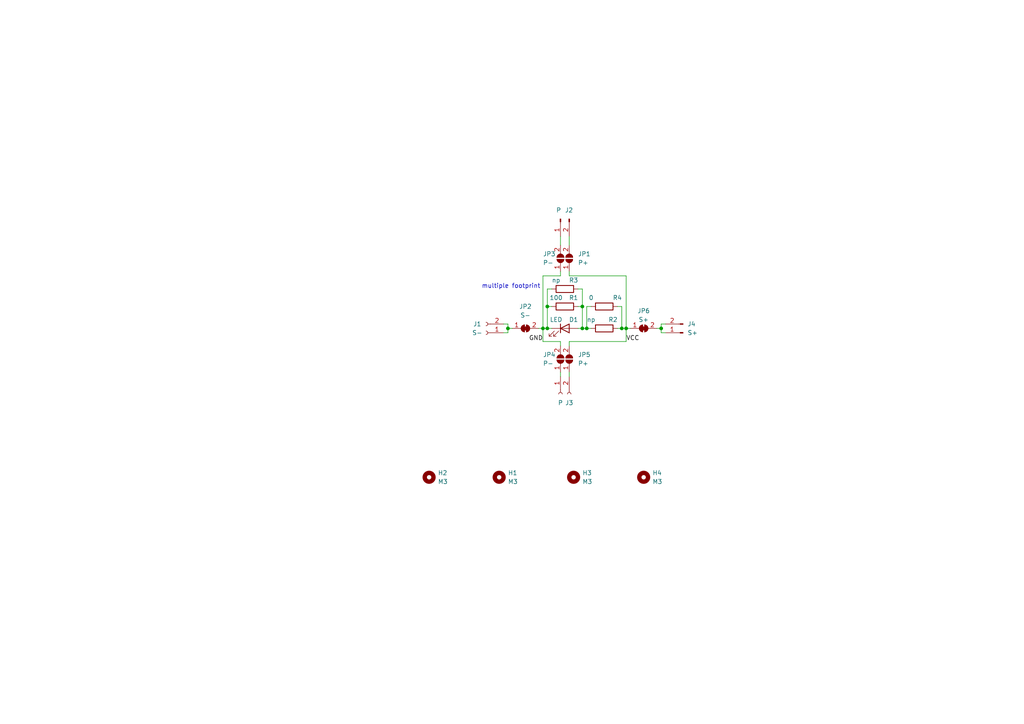
<source format=kicad_sch>
(kicad_sch (version 20211123) (generator eeschema)
  (paper "A4")
  (lib_symbols
    (symbol "Connector:Conn_01x02_Female" (pin_names (offset 1.016) hide)
      (property "Reference" "J" (at 0 2.54 0))
      (property "Value" "Conn_01x02_Female" (at 0 -5.08 0))
      (symbol "Conn_01x02_Female_1_1"
        (arc (start 0 -2.032) (mid -0.508 -2.54) (end 0 -3.048) (stroke (width 0.1524)))
        (polyline (pts (xy -1.27 -2.54) (xy -0.508 -2.54)) (stroke (width 0.1524)))
        (polyline (pts (xy -1.27 0) (xy -0.508 0)) (stroke (width 0.1524)))
        (arc (start 0 0.508) (mid -0.508 0) (end 0 -0.508) (stroke (width 0.1524)))
        (pin passive line (at -5.08 0 0) (length 3.81) (name "Pin_1") (number "1"))
        (pin passive line (at -5.08 -2.54 0) (length 3.81) (name "Pin_2") (number "2"))
      )
    )
    (symbol "Connector:Conn_01x02_Male" (pin_names (offset 1.016) hide)
      (property "Reference" "J" (at 0 2.54 0))
      (property "Value" "Conn_01x02_Male" (at 0 -5.08 0))
      (symbol "Conn_01x02_Male_1_1"
        (polyline (pts (xy 1.27 -2.54) (xy 0.8636 -2.54)) (stroke (width 0.1524)))
        (polyline (pts (xy 1.27 0) (xy 0.8636 0)) (stroke (width 0.1524)))
        (rectangle (start 0.8636 -2.413) (end 0 -2.667) (stroke (width 0.1524)) (fill (type outline)))
        (rectangle (start 0.8636 0.127) (end 0 -0.127) (stroke (width 0.1524)) (fill (type outline)))
        (pin passive line (at 5.08 0 180) (length 3.81) (name "Pin_1") (number "1"))
        (pin passive line (at 5.08 -2.54 180) (length 3.81) (name "Pin_2") (number "2"))
      )
    )
    (symbol "Device:LED" (pin_numbers hide) (pin_names (offset 1.016) hide)
      (property "Reference" "D" (at 0 2.54 0))
      (property "Value" "LED" (at 0 -2.54 0))
      (symbol "LED_0_1"
        (polyline (pts (xy -1.27 -1.27) (xy -1.27 1.27)) (stroke (width 0.254)))
        (polyline (pts (xy -1.27 0) (xy 1.27 0)))
        (polyline (pts (xy 1.27 -1.27) (xy 1.27 1.27) (xy -1.27 0) (xy 1.27 -1.27)) (stroke (width 0.254)))
        (polyline (pts (xy -3.048 -0.762) (xy -4.572 -2.286) (xy -3.81 -2.286) (xy -4.572 -2.286) (xy -4.572 -1.524)))
        (polyline (pts (xy -1.778 -0.762) (xy -3.302 -2.286) (xy -2.54 -2.286) (xy -3.302 -2.286) (xy -3.302 -1.524)))
      )
      (symbol "LED_1_1"
        (pin passive line (at -3.81 0 0) (length 2.54) (name "K") (number "1"))
        (pin passive line (at 3.81 0 180) (length 2.54) (name "A") (number "2"))
      )
    )
    (symbol "Device:R" (pin_numbers hide) (pin_names (offset 0))
      (property "Reference" "R" (at 2.032 0 90))
      (property "Value" "R" (at 0 0 90))
      (symbol "R_0_1"
        (rectangle (start -1.016 -2.54) (end 1.016 2.54) (stroke (width 0.254)))
      )
      (symbol "R_1_1"
        (pin passive line (at 0 3.81 270) (length 1.27) (name "~") (number "1"))
        (pin passive line (at 0 -3.81 90) (length 1.27) (name "~") (number "2"))
      )
    )
    (symbol "Jumper:SolderJumper_2_Bridged" (pin_names (offset 0) hide)
      (property "Reference" "JP" (at 0 2.032 0))
      (property "Value" "SolderJumper_2_Bridged" (at 0 -2.54 0))
      (symbol "SolderJumper_2_Bridged_0_1"
        (rectangle (start -0.508 0.508) (end 0.508 -0.508) (fill (type outline)))
        (arc (start -0.254 1.016) (mid -1.27 0) (end -0.254 -1.016))
        (arc (start -0.254 1.016) (mid -1.27 0) (end -0.254 -1.016) (fill (type outline)))
        (polyline (pts (xy -0.254 1.016) (xy -0.254 -1.016)))
        (polyline (pts (xy 0.254 1.016) (xy 0.254 -1.016)))
        (arc (start 0.254 -1.016) (mid 1.27 0) (end 0.254 1.016))
        (arc (start 0.254 -1.016) (mid 1.27 0) (end 0.254 1.016) (fill (type outline)))
      )
      (symbol "SolderJumper_2_Bridged_1_1"
        (pin passive line (at -3.81 0 0) (length 2.54) (name "A") (number "1"))
        (pin passive line (at 3.81 0 180) (length 2.54) (name "B") (number "2"))
      )
    )
    (symbol "Jumper:SolderJumper_2_Open" (pin_names (offset 0) hide)
      (property "Reference" "JP" (at 0 2.032 0))
      (property "Value" "SolderJumper_2_Open" (at 0 -2.54 0))
      (symbol "SolderJumper_2_Open_0_1"
        (arc (start -0.254 1.016) (mid -1.27 0) (end -0.254 -1.016))
        (arc (start -0.254 1.016) (mid -1.27 0) (end -0.254 -1.016) (fill (type outline)))
        (polyline (pts (xy -0.254 1.016) (xy -0.254 -1.016)))
        (polyline (pts (xy 0.254 1.016) (xy 0.254 -1.016)))
        (arc (start 0.254 -1.016) (mid 1.27 0) (end 0.254 1.016))
        (arc (start 0.254 -1.016) (mid 1.27 0) (end 0.254 1.016) (fill (type outline)))
      )
      (symbol "SolderJumper_2_Open_1_1"
        (pin passive line (at -3.81 0 0) (length 2.54) (name "A") (number "1"))
        (pin passive line (at 3.81 0 180) (length 2.54) (name "B") (number "2"))
      )
    )
    (symbol "Mechanical:MountingHole" (pin_names (offset 1.016))
      (property "Reference" "H" (at 0 5.08 0))
      (property "Value" "MountingHole" (at 0 3.175 0))
      (symbol "MountingHole_0_1"
        (circle (center 0 0) (radius 1.27) (stroke (width 1.27)))
      )
    )
  )
  (junction (at 157.48 95.25))
  (junction (at 168.91 88.9))
  (junction (at 158.75 88.9))
  (junction (at 181.61 95.25))
  (junction (at 191.77 95.25))
  (junction (at 147.32 95.25))
  (junction (at 180.34 95.25))
  (junction (at 170.18 95.25))
  (junction (at 168.91 95.25))
  (junction (at 158.75 95.25))
  (wire (pts (xy 170.18 88.9) (xy 171.45 88.9)))
  (wire (pts (xy 158.75 95.25) (xy 160.02 95.25)))
  (wire (pts (xy 190.5 95.25) (xy 191.77 95.25)))
  (wire (pts (xy 165.1 99.06) (xy 165.1 100.33)))
  (wire (pts (xy 168.91 83.82) (xy 168.91 88.9)))
  (wire (pts (xy 157.48 95.25) (xy 158.75 95.25)))
  (wire (pts (xy 158.75 83.82) (xy 158.75 88.9)))
  (wire (pts (xy 160.02 83.82) (xy 158.75 83.82)))
  (wire (pts (xy 147.32 93.98) (xy 146.05 93.98)))
  (wire (pts (xy 170.18 95.25) (xy 171.45 95.25)))
  (wire (pts (xy 147.32 96.52) (xy 147.32 95.25)))
  (wire (pts (xy 157.48 80.01) (xy 157.48 95.25)))
  (wire (pts (xy 180.34 88.9) (xy 180.34 95.25)))
  (wire (pts (xy 162.56 78.74) (xy 162.56 80.01)))
  (wire (pts (xy 157.48 95.25) (xy 157.48 99.06)))
  (wire (pts (xy 191.77 95.25) (xy 191.77 93.98)))
  (wire (pts (xy 179.07 88.9) (xy 180.34 88.9)))
  (wire (pts (xy 168.91 95.25) (xy 170.18 95.25)))
  (wire (pts (xy 193.04 96.52) (xy 191.77 96.52)))
  (wire (pts (xy 162.56 107.95) (xy 162.56 109.22)))
  (wire (pts (xy 165.1 78.74) (xy 165.1 80.01)))
  (wire (pts (xy 168.91 88.9) (xy 167.64 88.9)))
  (wire (pts (xy 181.61 95.25) (xy 182.88 95.25)))
  (wire (pts (xy 191.77 93.98) (xy 193.04 93.98)))
  (wire (pts (xy 181.61 80.01) (xy 181.61 95.25)))
  (wire (pts (xy 165.1 80.01) (xy 181.61 80.01)))
  (wire (pts (xy 147.32 95.25) (xy 148.59 95.25)))
  (wire (pts (xy 146.05 96.52) (xy 147.32 96.52)))
  (wire (pts (xy 167.64 95.25) (xy 168.91 95.25)))
  (wire (pts (xy 167.64 83.82) (xy 168.91 83.82)))
  (wire (pts (xy 160.02 88.9) (xy 158.75 88.9)))
  (wire (pts (xy 179.07 95.25) (xy 180.34 95.25)))
  (wire (pts (xy 165.1 99.06) (xy 181.61 99.06)))
  (wire (pts (xy 170.18 88.9) (xy 170.18 95.25)))
  (wire (pts (xy 162.56 68.58) (xy 162.56 71.12)))
  (wire (pts (xy 162.56 99.06) (xy 162.56 100.33)))
  (wire (pts (xy 165.1 107.95) (xy 165.1 109.22)))
  (wire (pts (xy 181.61 99.06) (xy 181.61 95.25)))
  (wire (pts (xy 165.1 68.58) (xy 165.1 71.12)))
  (wire (pts (xy 147.32 95.25) (xy 147.32 93.98)))
  (wire (pts (xy 156.21 95.25) (xy 157.48 95.25)))
  (wire (pts (xy 168.91 95.25) (xy 168.91 88.9)))
  (wire (pts (xy 191.77 96.52) (xy 191.77 95.25)))
  (wire (pts (xy 158.75 88.9) (xy 158.75 95.25)))
  (wire (pts (xy 162.56 80.01) (xy 157.48 80.01)))
  (wire (pts (xy 180.34 95.25) (xy 181.61 95.25)))
  (wire (pts (xy 157.48 99.06) (xy 162.56 99.06)))
  (text "multiple footprint" (at 139.7 83.82 0) (effects (font (size 1.27 1.27)) (justify left bottom)))
  (label "VCC" (at 181.61 99.06 0))
  (label "GND" (at 157.48 99.06 180))
  (symbol (lib_id "Jumper:SolderJumper_2_Bridged") (at 186.69 95.25 0) (unit 1)
    (property "Reference" "JP6" (at 186.69 90.17 0))
    (property "Value" "S+" (at 186.69 92.71 0))
    (property "Footprint" "Jumper:SolderJumper-2_P1.3mm_Bridged_RoundedPad1.0x1.5mm" (effects hide))
  )
  (symbol (lib_id "Device:R") (at 175.26 95.25 90) (unit 1)
    (property "Reference" "R2" (at 177.8 92.71 90))
    (property "Value" "np" (at 171.45 92.71 90))
    (property "Footprint" "Resistor_SMD:R_2512_6332Metric" (effects hide))
  )
  (symbol (lib_id "Connector:Conn_01x02_Female") (at 162.56 114.3 90) (mirror x) (unit 1)
    (property "Reference" "J3" (at 165.1 116.84 90))
    (property "Value" "P" (at 162.56 116.84 90))
    (property "Footprint" "Connector_PinSocket_2.54mm:PinSocket_1x02_P2.54mm_Horizontal" (effects hide))
    (property "Link" "https://www.digikey.ch/fr/products/detail/sullins-connector-solutions/PPTC021LGBN-RC/775896" (effects hide))
    (property "SPN" "S5438-ND" (effects hide))
    (property "Supplier" "Digikey" (effects hide))
  )
  (symbol (lib_id "Device:R") (at 163.83 88.9 90) (unit 1)
    (property "Reference" "R1" (at 166.37 86.36 90))
    (property "Value" "100" (at 161.29 86.36 90))
    (property "Footprint" "Resistor_SMD:R_2512_6332Metric" (effects hide))
  )
  (symbol (lib_id "Connector:Conn_01x02_Female") (at 140.97 96.52 180) (unit 1)
    (property "Reference" "J1" (at 138.43 93.98 0))
    (property "Value" "S-" (at 138.43 96.52 0))
    (property "Footprint" "Connector_PinSocket_2.54mm:PinSocket_1x02_P2.54mm_Horizontal" (effects hide))
    (property "Link" "https://www.digikey.ch/fr/products/detail/sullins-connector-solutions/PPTC021LGBN-RC/775896" (effects hide))
    (property "SPN" "S5438-ND" (effects hide))
    (property "Supplier" "Digikey" (effects hide))
  )
  (symbol (lib_id "Jumper:SolderJumper_2_Open") (at 162.56 74.93 270) (mirror x) (unit 1)
    (property "Reference" "JP3" (at 157.48 73.66 90) (effects (justify left)))
    (property "Value" "P-" (at 157.48 76.2 90) (effects (justify left)))
    (property "Footprint" "Jumper:SolderJumper-2_P1.3mm_Open_RoundedPad1.0x1.5mm" (effects hide))
  )
  (symbol (lib_id "Jumper:SolderJumper_2_Open") (at 165.1 74.93 270) (mirror x) (unit 1)
    (property "Reference" "JP1" (at 167.64 73.6599 90) (effects (justify left)))
    (property "Value" "P+" (at 167.64 76.1999 90) (effects (justify left)))
    (property "Footprint" "Jumper:SolderJumper-2_P1.3mm_Open_RoundedPad1.0x1.5mm" (effects hide))
  )
  (symbol (lib_id "Device:R") (at 175.26 88.9 90) (unit 1)
    (property "Reference" "R4" (at 179.07 86.36 90))
    (property "Value" "0" (at 171.45 86.36 90))
    (property "Footprint" "Resistor_SMD:R_0805_2012Metric" (effects hide))
  )
  (symbol (lib_id "Mechanical:MountingHole") (at 144.78 138.43 0) (unit 1)
    (property "Reference" "H1" (at 147.32 137.1599 0) (effects (justify left)))
    (property "Value" "M3" (at 147.32 139.6999 0) (effects (justify left)))
    (property "Footprint" "MountingHole:MountingHole_3.2mm_M3_ISO7380" (effects hide))
  )
  (symbol (lib_id "Jumper:SolderJumper_2_Open") (at 162.56 104.14 270) (mirror x) (unit 1)
    (property "Reference" "JP4" (at 157.48 102.87 90) (effects (justify left)))
    (property "Value" "P-" (at 157.48 105.41 90) (effects (justify left)))
    (property "Footprint" "Jumper:SolderJumper-2_P1.3mm_Open_RoundedPad1.0x1.5mm" (effects hide))
  )
  (symbol (lib_id "Device:LED") (at 163.83 95.25 0) (unit 1)
    (property "Reference" "D1" (at 166.37 92.71 0))
    (property "Value" "LED" (at 161.29 92.71 0))
    (property "Footprint" "LED_SMD:LED_1210_3225Metric_Pad1.42x2.65mm_HandSolder" (effects hide))
    (property "Link" "https://www.digikey.ch/en/products/detail/seoul-semiconductor-inc/S1S0-3030509506-0000003S-00001/9997428" (effects hide))
    (property "SPN" "897-1393-1-ND" (effects hide))
    (property "Supplier" "Digikey" (effects hide))
  )
  (symbol (lib_id "Jumper:SolderJumper_2_Open") (at 165.1 104.14 270) (mirror x) (unit 1)
    (property "Reference" "JP5" (at 167.64 102.8699 90) (effects (justify left)))
    (property "Value" "P+" (at 167.64 105.4099 90) (effects (justify left)))
    (property "Footprint" "Jumper:SolderJumper-2_P1.3mm_Open_RoundedPad1.0x1.5mm" (effects hide))
  )
  (symbol (lib_id "Mechanical:MountingHole") (at 124.46 138.43 0) (unit 1)
    (property "Reference" "H2" (at 127 137.1599 0) (effects (justify left)))
    (property "Value" "M3" (at 127 139.6999 0) (effects (justify left)))
    (property "Footprint" "MountingHole:MountingHole_3.2mm_M3_ISO7380" (effects hide))
  )
  (symbol (lib_id "Mechanical:MountingHole") (at 166.37 138.43 0) (unit 1)
    (property "Reference" "H3" (at 168.91 137.1599 0) (effects (justify left)))
    (property "Value" "M3" (at 168.91 139.6999 0) (effects (justify left)))
    (property "Footprint" "MountingHole:MountingHole_3.2mm_M3_ISO7380" (effects hide))
  )
  (symbol (lib_id "Device:R") (at 163.83 83.82 90) (unit 1)
    (property "Reference" "R3" (at 166.37 81.28 90))
    (property "Value" "np" (at 161.29 81.28 90))
    (property "Footprint" "Resistor_SMD:R_0805_2012Metric" (effects hide))
  )
  (symbol (lib_id "Connector:Conn_01x02_Male") (at 162.56 63.5 90) (mirror x) (unit 1)
    (property "Reference" "J2" (at 163.83 60.96 90) (effects (justify right)))
    (property "Value" "P" (at 161.29 60.96 90) (effects (justify right)))
    (property "Footprint" "Connector_PinHeader_2.54mm:PinHeader_1x02_P2.54mm_Horizontal" (effects hide))
    (property "Link" "https://www.digikey.ch/fr/products/detail/molex/0901210122/760811?s=N4IgTCBcDaIJwAYCMYkFpljAAgLYHsAbAUwA8QBdAXyA" (effects hide))
    (property "SPN" "WM8096-ND" (effects hide))
    (property "Supplier" "Digikey" (effects hide))
  )
  (symbol (lib_id "Jumper:SolderJumper_2_Bridged") (at 152.4 95.25 0) (unit 1)
    (property "Reference" "JP2" (at 152.4 88.9 0))
    (property "Value" "S-" (at 152.4 91.44 0))
    (property "Footprint" "Jumper:SolderJumper-2_P1.3mm_Bridged_RoundedPad1.0x1.5mm" (effects hide))
  )
  (symbol (lib_id "Mechanical:MountingHole") (at 186.69 138.43 0) (unit 1)
    (property "Reference" "H4" (at 189.23 137.1599 0) (effects (justify left)))
    (property "Value" "M3" (at 189.23 139.6999 0) (effects (justify left)))
    (property "Footprint" "MountingHole:MountingHole_3.2mm_M3_ISO7380" (effects hide))
  )
  (symbol (lib_id "Connector:Conn_01x02_Male") (at 198.12 96.52 180) (unit 1)
    (property "Reference" "J4" (at 199.39 93.9799 0) (effects (justify right)))
    (property "Value" "S+" (at 199.39 96.5199 0) (effects (justify right)))
    (property "Footprint" "Connector_PinHeader_2.54mm:PinHeader_1x02_P2.54mm_Horizontal" (effects hide))
    (property "Link" "https://www.digikey.ch/fr/products/detail/molex/0901210122/760811?s=N4IgTCBcDaIJwAYCMYkFpljAAgLYHsAbAUwA8QBdAXyA" (effects hide))
    (property "SPN" "WM8096-ND" (effects hide))
    (property "Supplier" "Digikey" (effects hide))
  )
)
</source>
